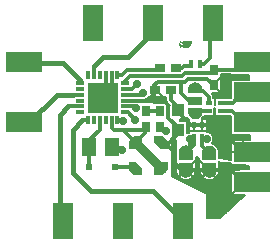
<source format=gtl>
G04 DipTrace 2.4.0.2*
%INminiEL.gtl*%
%MOMM*%
%ADD13C,0.305*%
%ADD14C,0.3*%
%ADD15C,0.4*%
%ADD16C,0.152*%
%ADD17C,0.127*%
%ADD18C,0.75*%
%ADD20R,1.0X1.1*%
%ADD21R,0.7X0.9*%
%ADD22R,1.3X1.5*%
%ADD23R,0.9X0.7*%
%ADD25R,0.6X0.6*%
%ADD26R,1.2X0.737*%
%ADD27R,1.6X1.7*%
%ADD28R,2.032X1.7*%
%ADD29R,2.0X1.7*%
%ADD30R,1.7X1.6*%
%ADD31R,1.7X2.0*%
%ADD33R,0.5X0.4*%
%ADD35R,0.4X0.5*%
%ADD40R,0.3X0.8*%
%ADD41R,0.8X0.3*%
%ADD42R,2.52X2.52*%
%ADD43C,0.711*%
%ADD46R,0.4X0.7*%
%ADD47C,0.711*%
%FSLAX53Y53*%
G04*
G71*
G90*
G75*
G01*
%LNTop*%
%LPD*%
X19054Y19734D2*
D13*
X19272D1*
X19892Y19114D1*
X24847Y17662D2*
Y16994D1*
X24171Y16318D1*
X24538Y17461D2*
Y16994D1*
X24847D1*
X19054Y20234D2*
D14*
X19774D1*
D13*
X19935Y20073D1*
X25547Y17662D2*
Y17503D1*
Y16925D1*
X26164Y16309D1*
X25944Y17503D2*
X25547D1*
X22013Y23462D2*
Y23340D1*
X19226D1*
X18786Y22899D1*
D14*
X18389D1*
X15224Y21234D2*
X14624D1*
D15*
X13266D1*
X10852Y18820D1*
X11200D1*
X11270Y18890D1*
X16889Y19069D2*
D14*
Y18517D1*
D13*
Y18270D1*
X15989Y17369D1*
Y16828D1*
Y15131D1*
X16012Y15107D1*
X15889Y19069D2*
D14*
X15415D1*
D15*
X14606Y18261D1*
Y14620D1*
X16158Y13069D1*
X21371D1*
X23170Y11270D1*
X23970D1*
X15224Y20234D2*
D14*
X14207D1*
D15*
X13497Y19524D1*
Y11270D1*
X13810D1*
X15224Y22234D2*
D14*
Y22472D1*
D15*
X13776Y23921D1*
X11319D1*
X11270Y23970D1*
X16389Y22899D2*
D14*
Y23626D1*
D15*
X17152Y24388D1*
X19308D1*
X21430Y26510D1*
X22885Y21658D2*
D13*
Y20811D1*
X23780Y19917D1*
X23527D1*
X23334D1*
X24601Y18650D1*
X24859D1*
X24847Y18662D1*
X25547D1*
X26738D1*
X29050Y16350D1*
X18389Y19069D2*
D14*
X18692D1*
D13*
X18799D1*
X18861Y19008D1*
X17889Y22899D2*
D14*
Y22347D1*
D13*
Y21734D1*
X17139Y20984D1*
X17389Y22899D2*
D14*
Y22347D1*
D13*
Y21234D1*
X17139Y20984D1*
X21978Y18511D2*
X22174D1*
X22506Y18179D1*
X17889Y16828D2*
X18440D1*
X18747Y16521D1*
X18861Y19008D2*
X18451D1*
D14*
X18389Y19069D1*
X16314Y20159D2*
D13*
X17139Y20984D1*
X18212Y15107D2*
X19820D1*
X19925Y15002D1*
X17889Y19069D2*
D14*
Y18445D1*
D13*
X18082Y18253D1*
X18834D1*
X19925Y17162D1*
X18834Y18253D2*
X20541D1*
X20813Y18525D1*
X20694D1*
Y17970D1*
X19886Y17162D1*
X19925D1*
X22085Y15002D1*
X20813Y19825D2*
X21964D1*
X21978Y19811D1*
X25333Y23791D2*
X25683D1*
X26194Y24302D1*
Y26194D1*
X26510Y26510D1*
X23313Y23462D2*
X23814D1*
X24039Y23687D1*
X24529D1*
X24633Y23791D1*
X26539Y23350D2*
X28430D1*
X29050Y23970D1*
X19054Y22234D2*
X18839D1*
X19410Y22806D1*
X23889D1*
X24145Y23062D1*
X26252D1*
X26539Y23350D1*
X19054Y21734D2*
D14*
X19607D1*
D13*
D3*
X19629D2*
X20036Y22141D1*
X27126Y19831D2*
X28109D1*
X29050Y18890D1*
X19054Y21234D2*
D14*
X19607D1*
D13*
X20407D1*
X20579Y21407D1*
X27126Y20531D2*
X28151D1*
X29050Y21430D1*
X26126Y20531D2*
Y21055D1*
X25624Y21557D1*
X25236D1*
X24966Y21826D1*
X26126Y19831D2*
X25156D1*
X24966Y19642D1*
X19054Y20734D2*
D14*
X19783D1*
D13*
X20981D1*
X21368D1*
X21519Y20583D1*
X22442D1*
X22666Y20359D1*
Y19284D1*
X23732Y18217D1*
X23527D1*
X23776D1*
X22720Y17162D1*
X22085D1*
Y17470D1*
X23067Y16488D1*
Y15590D1*
X23800Y14857D1*
X24144D1*
X24171Y14830D1*
X26154D1*
X26164Y14820D1*
X28040D1*
X29050Y13810D1*
X20981Y20734D2*
X21668Y21422D1*
Y21658D1*
X21585D1*
X21495D1*
Y22025D1*
X21796Y22327D1*
X23746D1*
X24094D1*
X24367Y22600D1*
X25989D1*
X26539Y22050D1*
X24966Y20734D2*
X24407D1*
X23746Y21396D1*
Y22327D1*
D47*
X20036Y22141D3*
X20579Y21407D3*
X19892Y19114D3*
X19935Y20073D3*
X18861Y19008D3*
X24538Y17461D3*
X25944Y17503D3*
X22506Y18179D3*
X18747Y16521D3*
X23001Y17354D2*
D16*
X23359D1*
X23001Y17205D2*
X23359D1*
X23001Y17056D2*
X23359D1*
X23001Y16907D2*
X23359D1*
X23001Y16758D2*
X23359D1*
X23001Y16609D2*
X23359D1*
X23001Y16460D2*
X23323D1*
X23001Y16311D2*
X23321D1*
X23001Y16161D2*
X23321D1*
X23001Y16012D2*
X23309D1*
X23001Y15863D2*
X23309D1*
X25021D2*
X25314D1*
X23001Y15714D2*
X23309D1*
X25021D2*
X25314D1*
X23001Y15565D2*
X23309D1*
X24990D2*
X25352D1*
X23001Y15416D2*
X23309D1*
X25021D2*
X25314D1*
X27014D2*
X28000D1*
X23001Y15267D2*
X23309D1*
X25021D2*
X25314D1*
X27014D2*
X28000D1*
X23001Y15118D2*
X23309D1*
X25021D2*
X25314D1*
X27014D2*
X29548D1*
X23001Y14969D2*
X23321D1*
X25021D2*
X25314D1*
X27014D2*
X29548D1*
X23001Y14820D2*
X23321D1*
X25021D2*
X25314D1*
X27014D2*
X28000D1*
X23001Y14671D2*
X23326D1*
X25018D2*
X25317D1*
X27012D2*
X28000D1*
X23001Y14522D2*
X23376D1*
X24966D2*
X25364D1*
X26962D2*
X28000D1*
X23001Y14373D2*
X23452D1*
X24890D2*
X25438D1*
X26888D2*
X28000D1*
X23232Y14224D2*
X23557D1*
X24785D2*
X25543D1*
X26785D2*
X28000D1*
X23533Y14075D2*
X23778D1*
X24564D2*
X25752D1*
X26576D2*
X28000D1*
X23833Y13925D2*
X28000D1*
X24133Y13776D2*
X28000D1*
X24430Y13627D2*
X28000D1*
X24730Y13478D2*
X28000D1*
X25030Y13329D2*
X28000D1*
X25330Y13180D2*
X28000D1*
X25630Y13031D2*
X28000D1*
X25928Y12882D2*
X28000D1*
X26023Y12733D2*
X28000D1*
X26023Y12584D2*
X28993D1*
X26023Y12435D2*
X28836D1*
X26023Y12286D2*
X28676D1*
X26023Y12137D2*
X28517D1*
X26023Y11988D2*
X28357D1*
X26023Y11839D2*
X28200D1*
X26023Y11689D2*
X28041D1*
X26023Y11540D2*
X27881D1*
X26023Y11391D2*
X27722D1*
X26023Y11242D2*
X27564D1*
X26023Y11093D2*
X27405D1*
X26023Y10944D2*
X27245D1*
X26023Y10795D2*
X27086D1*
X23337Y14723D2*
Y15084D1*
X23324D1*
Y16081D1*
X23337D1*
Y16440D1*
X23352Y16523D1*
X23374Y16583D1*
Y17435D1*
X22987Y17433D1*
X22986Y14336D1*
X23068Y14299D1*
X25966Y12857D1*
X26007Y12794D1*
X26008Y12560D1*
Y10771D1*
X27072Y10768D1*
X29161Y12726D1*
X28016D1*
Y14894D1*
X29562Y14898D1*
Y15157D1*
X28983Y15256D1*
X28925Y15266D1*
X28016D1*
Y15416D1*
X27816Y15451D1*
X27130D1*
X27076Y15475D1*
X26974Y15585D1*
X26979Y15531D1*
X26995Y15473D1*
X26998Y15347D1*
X26996Y14668D1*
X26978Y14602D1*
X26911Y14428D1*
X26834Y14316D1*
X26737Y14180D1*
X26690Y14141D1*
X26455Y14022D1*
X26390Y14005D1*
X26174Y13969D1*
X26108Y13975D1*
X25893Y14015D1*
X25804Y14056D1*
X25633Y14144D1*
X25587Y14184D1*
X25432Y14404D1*
X25404Y14458D1*
X25335Y14645D1*
X25329Y14713D1*
X25331Y15469D1*
X25347Y15527D1*
X25367Y15565D1*
X25335Y15641D1*
X25329Y15767D1*
Y15865D1*
X25007Y15919D1*
X25006Y15700D1*
X24988Y15611D1*
X24972Y15568D1*
X24996Y15512D1*
X25006Y15447D1*
X25004Y14677D1*
X24985Y14611D1*
X24918Y14437D1*
X24842Y14326D1*
X24744Y14189D1*
X24698Y14150D1*
X24462Y14032D1*
X24397Y14014D1*
X24182Y13978D1*
X24115Y13984D1*
X23901Y14024D1*
X23812Y14065D1*
X23640Y14153D1*
X23595Y14194D1*
X23439Y14413D1*
X23411Y14467D1*
X23343Y14654D1*
X23337Y14718D1*
Y14723D1*
X24171Y14830D2*
X24769Y14222D1*
X24939Y15610D2*
X23573Y14222D1*
X25396Y15601D2*
X26762Y14213D1*
X26164Y14820D2*
X25566Y14213D1*
X28016Y14894D2*
X29050Y13810D1*
X28016Y12726D1*
X25679Y19355D2*
D17*
X28017D1*
X24261Y19232D2*
X24340D1*
X25592D2*
X28017D1*
X23684Y19108D2*
X24414D1*
X25981D2*
X28017D1*
X24261Y18984D2*
X24414D1*
X25981D2*
X28017D1*
X24261Y18861D2*
X24414D1*
X25981D2*
X28017D1*
X24261Y18737D2*
X24414D1*
X25981D2*
X28017D1*
X24261Y18613D2*
X24414D1*
X25981D2*
X28017D1*
X24261Y18490D2*
X24414D1*
X25981D2*
X28017D1*
X24261Y18366D2*
X24414D1*
X25981D2*
X28017D1*
X24261Y18242D2*
X24414D1*
X25981D2*
X28017D1*
X24261Y18119D2*
X24414D1*
X25981D2*
X28017D1*
X26255Y17995D2*
X28017D1*
X26398Y17871D2*
X28017D1*
X26477Y17748D2*
X29601D1*
X26519Y17624D2*
X29601D1*
X26533Y17500D2*
X29603D1*
X26519Y17377D2*
X28017D1*
X26475Y17253D2*
X28017D1*
X26394Y17129D2*
X28017D1*
X26640Y17006D2*
X28017D1*
X26781Y16882D2*
X28017D1*
X26868Y16758D2*
X28017D1*
X26935Y16635D2*
X28017D1*
X26981Y16511D2*
X28017D1*
X26997Y16387D2*
X28017D1*
X26997Y16264D2*
X28017D1*
X26997Y16140D2*
X28017D1*
X26997Y16016D2*
X28017D1*
X26997Y15893D2*
X28017D1*
X27727Y15769D2*
X28017D1*
X26984Y16367D2*
Y15889D1*
X27189Y15857D1*
X28028Y15717D1*
X28029Y15927D1*
Y17421D1*
X29617D1*
X29612Y17820D1*
X29083Y17819D1*
X28029D1*
Y19385D1*
X27954Y19458D1*
X27595D1*
X27596Y19411D1*
X26655D1*
Y20072D1*
X26597Y20078D1*
X26596Y19411D1*
X25702D1*
X25578Y19229D1*
X25547Y19185D1*
X25502Y19137D1*
X25508Y19132D1*
X25968D1*
Y18191D1*
X24427D1*
Y19132D1*
X24438D1*
X24385Y19185D1*
X24246Y19383D1*
X24247Y19147D1*
X23670D1*
X23671Y18985D1*
X23822Y18988D1*
X24247D1*
X24249Y17960D1*
X24306Y17988D1*
X24365Y18011D1*
X24425Y18026D1*
X24427Y18132D1*
X25268Y18130D1*
X25317Y18132D1*
X25968D1*
Y18079D1*
X26084Y18061D1*
X26145Y18043D1*
X26203Y18017D1*
X26258Y17985D1*
X26309Y17948D1*
X26356Y17905D1*
X26398Y17857D1*
X26434Y17805D1*
X26464Y17749D1*
X26488Y17690D1*
X26506Y17629D1*
X26516Y17567D1*
X26520Y17503D1*
X26516Y17439D1*
X26506Y17377D1*
X26489Y17316D1*
X26465Y17257D1*
X26434Y17201D1*
X26368Y17114D1*
X26462Y17088D1*
X26662Y16988D1*
X26705Y16960D1*
X26744Y16917D1*
X26884Y16717D1*
X26910Y16668D1*
X26970Y16508D1*
X26984Y16431D1*
Y16367D1*
X29050Y17420D2*
Y16350D1*
X28030D2*
X29050D1*
X25547Y19132D2*
Y18191D1*
Y18662D2*
X25967D1*
X24847D2*
Y18191D1*
X24427Y18662D2*
X24847D1*
X27138Y22958D2*
D16*
X28001D1*
X27138Y22809D2*
X29503D1*
X27138Y22660D2*
X29506D1*
X27138Y22510D2*
X28001D1*
X27138Y22361D2*
X28001D1*
X27138Y22212D2*
X28001D1*
X27138Y22063D2*
X28001D1*
X27138Y21914D2*
X28001D1*
X27138Y21765D2*
X28001D1*
X27138Y21616D2*
X28001D1*
X27138Y21467D2*
X28001D1*
X26424Y21318D2*
X28001D1*
X26510Y21169D2*
X28001D1*
X21040Y21020D2*
X22483D1*
X26526D2*
X28001D1*
X20840Y20871D2*
X22483D1*
X21187Y20722D2*
X22495D1*
X21826Y20573D2*
X22567D1*
X22578Y20424D2*
X22712D1*
X22792Y20345D2*
Y20359D1*
X22781Y20346D1*
X22793Y20343D1*
X22752Y20398D1*
X22612Y20538D1*
X22564Y20597D1*
X22528Y20664D1*
X22506Y20737D1*
X22499Y20811D1*
Y21076D1*
X22201Y21073D1*
X21065D1*
X21001Y20994D1*
X20944Y20943D1*
X20881Y20900D1*
X20813Y20865D1*
X20702Y20831D1*
X22144Y20495D1*
X22562D1*
Y20397D1*
X22781Y20346D1*
X29515Y22886D2*
X28016D1*
Y22964D1*
X27123Y22963D1*
X27121Y22666D1*
X27123Y22597D1*
Y21366D1*
X26362D1*
X26447Y21270D1*
X26483Y21203D1*
X26505Y21130D1*
X26513Y21055D1*
Y20967D1*
X26610Y20966D1*
Y20377D1*
X26641Y20402D1*
Y20966D1*
X27610D1*
Y20916D1*
X27964Y20918D1*
X27990D1*
X28016Y20955D1*
Y22514D1*
X29523D1*
X29516Y22886D1*
X29086D1*
Y22888D1*
X21585Y21658D2*
X22270Y21073D1*
X26539Y22050D2*
X27123Y21366D1*
Y22734D2*
X26539Y22050D1*
G36*
X23571Y14707D2*
Y15447D1*
X24771D1*
Y14707D1*
X24711Y14547D1*
X24571Y14347D1*
X24371Y14247D1*
X24171Y14212D1*
X23971Y14247D1*
X23771Y14347D1*
X23631Y14547D1*
X23571Y14707D1*
G37*
G36*
X24771Y16440D2*
Y15700D1*
X23571D1*
Y16440D1*
X23631Y16600D1*
X23771Y16800D1*
X23971Y16900D1*
X24171Y16936D1*
X24371Y16900D1*
X24571Y16800D1*
X24711Y16600D1*
X24771Y16440D1*
G37*
G36*
X25564Y14698D2*
Y15438D1*
X26764D1*
Y14698D1*
X26704Y14538D1*
X26564Y14338D1*
X26364Y14238D1*
X26164Y14203D1*
X25964Y14238D1*
X25764Y14338D1*
X25624Y14538D1*
X25564Y14698D1*
G37*
G36*
X26764Y16431D2*
Y15691D1*
X25564D1*
Y16431D1*
X25624Y16591D1*
X25764Y16791D1*
X25964Y16891D1*
X26164Y16927D1*
X26364Y16891D1*
X26564Y16791D1*
X26704Y16591D1*
X26764Y16431D1*
G37*
D20*
X23527Y18217D3*
Y19917D3*
D21*
X21978Y19811D3*
Y18511D3*
D22*
X15989Y16828D3*
X17889D3*
D23*
X21585Y21658D3*
X22885D3*
X23313Y23462D3*
X22013D3*
D25*
X16012Y15107D3*
X18212D3*
G36*
X25566Y21797D2*
Y21357D1*
X24366D1*
Y21797D1*
X24426Y21957D1*
X24566Y22157D1*
X24766Y22257D1*
X24966Y22295D1*
X25166Y22257D1*
X25366Y22157D1*
X25506Y21957D1*
X25566Y21797D1*
G37*
G36*
X24366Y19671D2*
Y20111D1*
X25566D1*
Y19671D1*
X25506Y19511D1*
X25366Y19311D1*
X25166Y19211D1*
X24966Y19173D1*
X24766Y19211D1*
X24566Y19311D1*
X24426Y19511D1*
X24366Y19671D1*
G37*
D26*
X24966Y20734D3*
D27*
X29050Y13810D3*
Y16350D3*
D28*
X30320Y13810D3*
Y16350D3*
D27*
X29050Y23970D3*
D29*
X30320D3*
D27*
X29050Y18890D3*
Y21430D3*
D28*
X30320Y18890D3*
Y21430D3*
D30*
X21430Y26510D3*
D31*
Y27780D3*
D27*
X11270Y18890D3*
D29*
X10000D3*
D30*
X26510Y26510D3*
D31*
Y27780D3*
D30*
X18890Y11270D3*
D31*
Y10000D3*
D30*
X16350Y26510D3*
D31*
Y27780D3*
D27*
X11270Y23970D3*
D29*
X10000D3*
D30*
X13810Y11270D3*
D31*
Y10000D3*
D30*
X23970Y11270D3*
D31*
Y10000D3*
G36*
X20495Y17132D2*
X19955Y16592D1*
X19355D1*
Y17272D1*
X19815Y17732D1*
X20495D1*
Y17132D1*
G37*
G36*
X19955Y15572D2*
X20495Y15032D1*
Y14432D1*
X19815D1*
X19355Y14892D1*
Y15572D1*
X19955D1*
G37*
G36*
X21515Y15032D2*
X22055Y15572D1*
X22655D1*
Y14892D1*
X22195Y14432D1*
X21515D1*
Y15032D1*
G37*
G36*
X22055Y16592D2*
X21515Y17132D1*
Y17732D1*
X22195D1*
X22655Y17272D1*
Y16592D1*
X22055D1*
G37*
D21*
X20813Y19825D3*
Y18525D3*
D33*
X26126Y20531D3*
Y19831D3*
X27126D3*
Y20531D3*
D35*
X25547Y18662D3*
X24847D3*
Y17662D3*
X25547D3*
D21*
X26539Y23350D3*
Y22050D3*
D40*
X15889Y19069D3*
X16389D3*
X16889D3*
X17389D3*
X17889D3*
X18389D3*
D41*
X19054Y19734D3*
Y20234D3*
Y20734D3*
Y21234D3*
Y21734D3*
Y22234D3*
D40*
X18389Y22899D3*
X17889D3*
X17389D3*
X16889D3*
X16389D3*
X15889D3*
D41*
X15224Y22234D3*
Y21734D3*
Y21234D3*
Y20734D3*
Y20234D3*
Y19734D3*
D42*
X17139Y20984D3*
D43*
X16314Y20159D3*
X17979D3*
X16314Y21809D3*
X17964D3*
X17154Y20984D3*
X17139Y21794D3*
Y20159D3*
X16314Y20984D3*
X17979D3*
G36*
X24694Y25795D2*
X24665Y25605D1*
X24606Y25457D1*
X24529Y25363D1*
X24453Y25287D1*
X24341Y25224D1*
X24275Y25198D1*
X24180Y25178D1*
X24129Y25168D1*
X24047Y25163D1*
X23982Y25186D1*
X23944Y25224D1*
X23918Y25249D1*
X23855Y25262D1*
X23829Y25257D1*
X23778Y25242D1*
X23751Y25211D1*
X23652Y25293D1*
X23702Y25369D1*
Y25387D1*
X23614Y25423D1*
X23601Y25478D1*
X23591Y25579D1*
X23844Y25473D1*
X23875D1*
X23918Y25480D1*
X23929Y25503D1*
X23908Y25554D1*
X23793Y25617D1*
X23621Y25688D1*
X23647Y25739D1*
X23710Y25793D1*
X23901Y25719D1*
X23894Y25757D1*
Y25795D1*
X24694D1*
G37*
D46*
X24633Y23791D3*
X25333D3*
X19985Y17102D2*
D18*
X22115Y14972D1*
M02*

</source>
